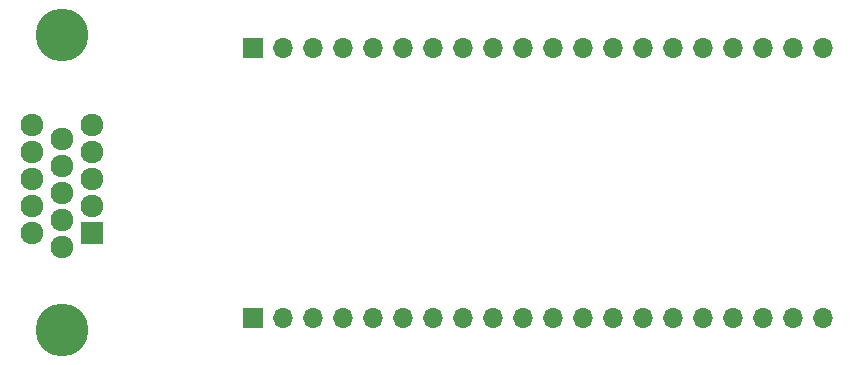
<source format=gbs>
G04 #@! TF.GenerationSoftware,KiCad,Pcbnew,8.0.9-8.0.9-0~ubuntu20.04.1*
G04 #@! TF.CreationDate,2025-06-05T20:47:05+01:00*
G04 #@! TF.ProjectId,ggroohauga-amplifier,6767726f-6f68-4617-9567-612d616d706c,rev?*
G04 #@! TF.SameCoordinates,Original*
G04 #@! TF.FileFunction,Soldermask,Bot*
G04 #@! TF.FilePolarity,Negative*
%FSLAX46Y46*%
G04 Gerber Fmt 4.6, Leading zero omitted, Abs format (unit mm)*
G04 Created by KiCad (PCBNEW 8.0.9-8.0.9-0~ubuntu20.04.1) date 2025-06-05 20:47:05*
%MOMM*%
%LPD*%
G01*
G04 APERTURE LIST*
G04 Aperture macros list*
%AMRoundRect*
0 Rectangle with rounded corners*
0 $1 Rounding radius*
0 $2 $3 $4 $5 $6 $7 $8 $9 X,Y pos of 4 corners*
0 Add a 4 corners polygon primitive as box body*
4,1,4,$2,$3,$4,$5,$6,$7,$8,$9,$2,$3,0*
0 Add four circle primitives for the rounded corners*
1,1,$1+$1,$2,$3*
1,1,$1+$1,$4,$5*
1,1,$1+$1,$6,$7*
1,1,$1+$1,$8,$9*
0 Add four rect primitives between the rounded corners*
20,1,$1+$1,$2,$3,$4,$5,0*
20,1,$1+$1,$4,$5,$6,$7,0*
20,1,$1+$1,$6,$7,$8,$9,0*
20,1,$1+$1,$8,$9,$2,$3,0*%
G04 Aperture macros list end*
%ADD10R,1.700000X1.700000*%
%ADD11O,1.700000X1.700000*%
%ADD12C,4.470000*%
%ADD13RoundRect,0.102000X-0.862500X0.862500X-0.862500X-0.862500X0.862500X-0.862500X0.862500X0.862500X0*%
%ADD14C,1.929000*%
G04 APERTURE END LIST*
D10*
X81534000Y-54610000D03*
D11*
X84074000Y-54610000D03*
X86614000Y-54610000D03*
X89154000Y-54610000D03*
X91694000Y-54610000D03*
X94234000Y-54610000D03*
X96774000Y-54610000D03*
X99314000Y-54610000D03*
X101854000Y-54610000D03*
X104394000Y-54610000D03*
X106934000Y-54610000D03*
X109474000Y-54610000D03*
X112014000Y-54610000D03*
X114554000Y-54610000D03*
X117094000Y-54610000D03*
X119634000Y-54610000D03*
X122174000Y-54610000D03*
X124714000Y-54610000D03*
X127254000Y-54610000D03*
X129794000Y-54610000D03*
D10*
X81534000Y-77470000D03*
D11*
X84074000Y-77470000D03*
X86614000Y-77470000D03*
X89154000Y-77470000D03*
X91694000Y-77470000D03*
X94234000Y-77470000D03*
X96774000Y-77470000D03*
X99314000Y-77470000D03*
X101854000Y-77470000D03*
X104394000Y-77470000D03*
X106934000Y-77470000D03*
X109474000Y-77470000D03*
X112014000Y-77470000D03*
X114554000Y-77470000D03*
X117094000Y-77470000D03*
X119634000Y-77470000D03*
X122174000Y-77470000D03*
X124714000Y-77470000D03*
X127254000Y-77470000D03*
X129794000Y-77470000D03*
D12*
X65379600Y-53494200D03*
X65379600Y-78484200D03*
D13*
X67919600Y-70319200D03*
D14*
X67919600Y-68029200D03*
X67919600Y-65739200D03*
X67919600Y-63449200D03*
X67919600Y-61159200D03*
X65379600Y-71464200D03*
X65379600Y-69174200D03*
X65379600Y-66884200D03*
X65379600Y-64594200D03*
X65379600Y-62304200D03*
X62839600Y-70319200D03*
X62839600Y-68029200D03*
X62839600Y-65739200D03*
X62839600Y-63449200D03*
X62839600Y-61159200D03*
M02*

</source>
